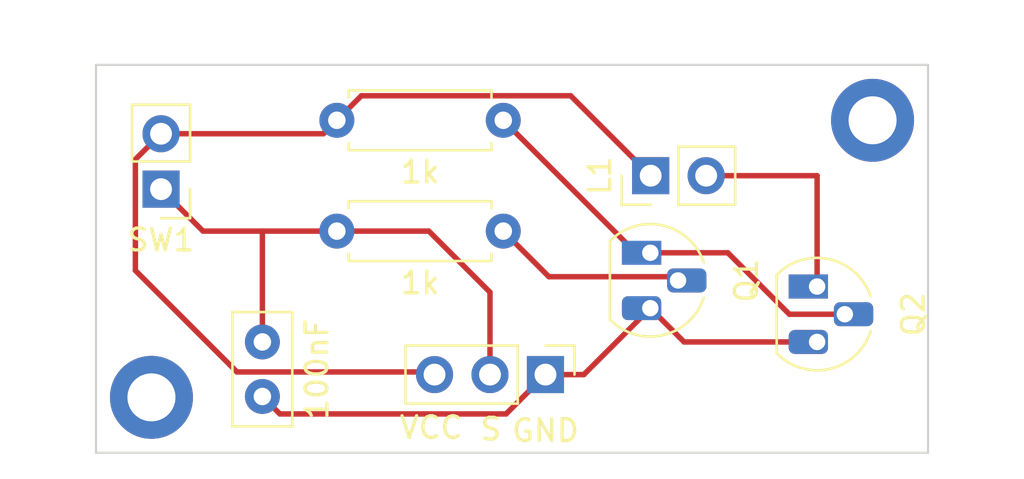
<source format=kicad_pcb>
(kicad_pcb (version 20211014) (generator pcbnew)
  (layers (0 "F.Cu" signal) (31 "B.Cu" signal) (34 "B.Paste" user) (35 "F.Paste" user) (36 "B.SilkS" user "B.Silkscreen") (37 "F.SilkS" user "F.Silkscreen") (38 "B.Mask" user) (39 "F.Mask" user) (44 "Edge.Cuts" user))
  (net 0 "")
  (net 1 "Net-(J1-Pad1)")
  (net 2 "Net-(J1-Pad2)")
  (net 3 "Net-(J1-Pad3)")
  (net 4 "Net-(L1-Pad2)")
  (net 5 "Net-(Q1-Pad1)")
  (net 6 "Net-(Q1-Pad2)")
  (footprint "Connector_PinHeader_2.54mm:PinHeader_1x03_P2.54mm_Vertical" (layer "F.Cu") (at 129.802207 100.556934 -90)
    (fp_text reference "J1" hide)
    (fp_text value "Conn_01x03")
    (fp_line (start -1.33 -1.33) (end 0 -1.33) (layer "F.SilkS") (width 0.12))
    (fp_line (start 1.33 1.27) (end 1.33 6.41) (layer "F.SilkS") (width 0.12))
    (fp_line (start -1.33 1.27) (end -1.33 6.41) (layer "F.SilkS") (width 0.12))
    (fp_line (start -1.33 0) (end -1.33 -1.33) (layer "F.SilkS") (width 0.12))
    (fp_line (start -1.33 6.41) (end 1.33 6.41) (layer "F.SilkS") (width 0.12))
    (fp_line (start -1.33 1.27) (end 1.33 1.27) (layer "F.SilkS") (width 0.12))
    (pad "1" thru_hole rect (at 0 0 270) (size 1.7 1.7) (drill 1) (layers *.Cu *.Mask) (net 1 "Net-(J1-Pad1)"))
    (pad "2" thru_hole oval (at 0 2.54 270) (size 1.7 1.7) (drill 1) (layers *.Cu *.Mask) (net 2 "Net-(J1-Pad2)"))
    (pad "3" thru_hole oval (at 0 5.08 270) (size 1.7 1.7) (drill 1) (layers *.Cu *.Mask) (net 3 "Net-(J1-Pad3)"))
  )
  (footprint "Package_TO_SOT_THT:TO-92_HandSolder" (layer "F.Cu") (at 134.602953 94.972569 -90)
    (fp_text reference "Q1" (at 1.27 -4.4 -90) (layer "F.SilkS"))
    (fp_text value "BC547")
    (fp_line (start -0.53 1.85) (end 3.07 1.85) (layer "F.SilkS") (width 0.12))
    (fp_arc (start 2.05 -2.45) (mid 3.769931 -0.601036) (end 3.078445 1.827684) (layer "F.SilkS") (width 0.12))
    (fp_arc (start -0.541875 1.841741) (mid -1.247231 -0.581764) (end 0.45 -2.45) (layer "F.SilkS") (width 0.12))
    (pad "1" thru_hole rect (at 0 0 270) (size 1.1 1.8) (drill 0.75 (offset 0 0.4)) (layers *.Cu *.Mask) (net 5 "Net-(Q1-Pad1)"))
    (pad "2" thru_hole roundrect (at 1.27 -1.27 270) (size 1.1 1.8) (drill 0.75 (offset 0 -0.4)) (layers *.Cu *.Mask) (net 6 "Net-(Q1-Pad2)"))
    (pad "3" thru_hole roundrect (at 2.54 0 270) (size 1.1 1.8) (drill 0.75 (offset 0 0.4)) (layers *.Cu *.Mask) (net 1 "Net-(J1-Pad1)"))
  )
  (footprint "Capacitor_THT:C_Disc_D5.0mm_W2.5mm_P2.50mm" (layer "F.Cu") (at 116.84 99.06 -90)
    (fp_text reference "100nF" (at 1.25 -2.5 90) (layer "F.SilkS"))
    (fp_text value "C")
    (fp_line (start -1.37 -1.37) (end 3.87 -1.37) (layer "F.SilkS") (width 0.12))
    (fp_line (start -1.37 1.37) (end 3.87 1.37) (layer "F.SilkS") (width 0.12))
    (fp_line (start -1.37 -1.37) (end -1.37 1.37) (layer "F.SilkS") (width 0.12))
    (fp_line (start 3.87 -1.37) (end 3.87 1.37) (layer "F.SilkS") (width 0.12))
    (pad "1" thru_hole circle (at 0 0 270) (size 1.6 1.6) (drill 0.8) (layers *.Cu *.Mask) (net 2 "Net-(J1-Pad2)"))
    (pad "2" thru_hole circle (at 2.5 0 270) (size 1.6 1.6) (drill 0.8) (layers *.Cu *.Mask) (net 1 "Net-(J1-Pad1)"))
  )
  (footprint "MountingHole:MountingHole_2.2mm_M2_DIN965_Pad" (layer "F.Cu") (at 144.78 88.9)
    (fp_text reference "H2" hide)
    (fp_text value "MountingHole_Pad")
    (pad "1" thru_hole circle (at 0 0) (size 3.8 3.8) (drill 2.2) (layers *.Cu *.Mask))
  )
  (footprint "Connector_PinHeader_2.54mm:PinHeader_1x02_P2.54mm_Vertical" (layer "F.Cu") (at 134.62 91.44 90)
    (fp_text reference "L1" (at 0 -2.33 90) (layer "F.SilkS"))
    (fp_text value "ElectromagneticActor")
    (fp_line (start -1.33 3.87) (end 1.33 3.87) (layer "F.SilkS") (width 0.12))
    (fp_line (start -1.33 1.27) (end -1.33 3.87) (layer "F.SilkS") (width 0.12))
    (fp_line (start 1.33 1.27) (end 1.33 3.87) (layer "F.SilkS") (width 0.12))
    (fp_line (start -1.33 1.27) (end 1.33 1.27) (layer "F.SilkS") (width 0.12))
    (fp_line (start -1.33 0) (end -1.33 -1.33) (layer "F.SilkS") (width 0.12))
    (fp_line (start -1.33 -1.33) (end 0 -1.33) (layer "F.SilkS") (width 0.12))
    (pad "1" thru_hole rect (at 0 0 90) (size 1.7 1.7) (drill 1) (layers *.Cu *.Mask) (net 3 "Net-(J1-Pad3)"))
    (pad "2" thru_hole oval (at 0 2.54 90) (size 1.7 1.7) (drill 1) (layers *.Cu *.Mask) (net 4 "Net-(L1-Pad2)"))
  )
  (footprint "MountingHole:MountingHole_2.2mm_M2_DIN965_Pad" (layer "F.Cu") (at 111.76 101.6)
    (fp_text reference "H1" hide)
    (fp_text value "MountingHole_Pad")
    (pad "1" thru_hole circle (at 0 0) (size 3.8 3.8) (drill 2.2) (layers *.Cu *.Mask))
  )
  (footprint "Connector_PinHeader_2.54mm:PinHeader_1x02_P2.54mm_Vertical" (layer "F.Cu") (at 112.198771 92.056825 180)
    (fp_text reference "SW1" (at 0 -2.33) (layer "F.SilkS"))
    (fp_text value "SW_DIP_x01")
    (fp_line (start -1.33 0) (end -1.33 -1.33) (layer "F.SilkS") (width 0.12))
    (fp_line (start 1.33 1.27) (end 1.33 3.87) (layer "F.SilkS") (width 0.12))
    (fp_line (start -1.33 1.27) (end 1.33 1.27) (layer "F.SilkS") (width 0.12))
    (fp_line (start -1.33 -1.33) (end 0 -1.33) (layer "F.SilkS") (width 0.12))
    (fp_line (start -1.33 3.87) (end 1.33 3.87) (layer "F.SilkS") (width 0.12))
    (fp_line (start -1.33 1.27) (end -1.33 3.87) (layer "F.SilkS") (width 0.12))
    (pad "1" thru_hole rect (at 0 0 180) (size 1.7 1.7) (drill 1) (layers *.Cu *.Mask) (net 2 "Net-(J1-Pad2)"))
    (pad "2" thru_hole oval (at 0 2.54 180) (size 1.7 1.7) (drill 1) (layers *.Cu *.Mask) (net 3 "Net-(J1-Pad3)"))
  )
  (footprint "Resistor_THT:R_Axial_DIN0207_L6.3mm_D2.5mm_P7.62mm_Horizontal" (layer "F.Cu") (at 120.25 93.98)
    (fp_text reference "R1" hide)
    (fp_text value "1k" (at 3.81 2.37) (layer "F.SilkS"))
    (fp_line (start 7.08 -1.37) (end 7.08 -1.04) (layer "F.SilkS") (width 0.12))
    (fp_line (start 0.54 1.37) (end 7.08 1.37) (layer "F.SilkS") (width 0.12))
    (fp_line (start 0.54 -1.04) (end 0.54 -1.37) (layer "F.SilkS") (width 0.12))
    (fp_line (start 0.54 1.04) (end 0.54 1.37) (layer "F.SilkS") (width 0.12))
    (fp_line (start 0.54 -1.37) (end 7.08 -1.37) (layer "F.SilkS") (width 0.12))
    (fp_line (start 7.08 1.37) (end 7.08 1.04) (layer "F.SilkS") (width 0.12))
    (pad "1" thru_hole circle (at 0 0) (size 1.6 1.6) (drill 0.8) (layers *.Cu *.Mask) (net 2 "Net-(J1-Pad2)"))
    (pad "2" thru_hole oval (at 7.62 0) (size 1.6 1.6) (drill 0.8) (layers *.Cu *.Mask) (net 6 "Net-(Q1-Pad2)"))
  )
  (footprint "Resistor_THT:R_Axial_DIN0207_L6.3mm_D2.5mm_P7.62mm_Horizontal" (layer "F.Cu") (at 120.25 88.9)
    (fp_text reference "R2" hide)
    (fp_text value "1k" (at 3.81 2.37) (layer "F.SilkS"))
    (fp_line (start 0.54 -1.37) (end 7.08 -1.37) (layer "F.SilkS") (width 0.12))
    (fp_line (start 0.54 1.37) (end 7.08 1.37) (layer "F.SilkS") (width 0.12))
    (fp_line (start 0.54 1.04) (end 0.54 1.37) (layer "F.SilkS") (width 0.12))
    (fp_line (start 7.08 1.37) (end 7.08 1.04) (layer "F.SilkS") (width 0.12))
    (fp_line (start 0.54 -1.04) (end 0.54 -1.37) (layer "F.SilkS") (width 0.12))
    (fp_line (start 7.08 -1.37) (end 7.08 -1.04) (layer "F.SilkS") (width 0.12))
    (pad "1" thru_hole circle (at 0 0) (size 1.6 1.6) (drill 0.8) (layers *.Cu *.Mask) (net 3 "Net-(J1-Pad3)"))
    (pad "2" thru_hole oval (at 7.62 0) (size 1.6 1.6) (drill 0.8) (layers *.Cu *.Mask) (net 5 "Net-(Q1-Pad1)"))
  )
  (footprint "Package_TO_SOT_THT:TO-92_HandSolder" (layer "F.Cu") (at 142.24 96.52 -90)
    (fp_text reference "Q2" (at 1.27 -4.4 -90) (layer "F.SilkS"))
    (fp_text value "BC547")
    (fp_line (start -0.53 1.85) (end 3.07 1.85) (layer "F.SilkS") (width 0.12))
    (fp_arc (start -0.541875 1.841741) (mid -1.247231 -0.581764) (end 0.45 -2.45) (layer "F.SilkS") (width 0.12))
    (fp_arc (start 2.05 -2.45) (mid 3.769931 -0.601036) (end 3.078445 1.827684) (layer "F.SilkS") (width 0.12))
    (pad "1" thru_hole rect (at 0 0 270) (size 1.1 1.8) (drill 0.75 (offset 0 0.4)) (layers *.Cu *.Mask) (net 4 "Net-(L1-Pad2)"))
    (pad "2" thru_hole roundrect (at 1.27 -1.27 270) (size 1.1 1.8) (drill 0.75 (offset 0 -0.4)) (layers *.Cu *.Mask) (net 5 "Net-(Q1-Pad1)"))
    (pad "3" thru_hole roundrect (at 2.54 0 270) (size 1.1 1.8) (drill 0.75 (offset 0 0.4)) (layers *.Cu *.Mask) (net 1 "Net-(J1-Pad1)"))
  )
  (gr_line (start 109.22 104.14) (end 109.22 86.36) (layer "Edge.Cuts") (width 0.1))
  (gr_line (start 147.32 86.36) (end 147.32 104.14) (layer "Edge.Cuts") (width 0.1))
  (gr_line (start 147.32 104.14) (end 109.22 104.14) (layer "Edge.Cuts") (width 0.1))
  (gr_line (start 109.22 86.36) (end 147.32 86.36) (layer "Edge.Cuts") (width 0.1))
  (gr_text "VCC" (at 124.568026 102.986166) (layer "F.SilkS") (effects (font (size 1 1))))
  (gr_text "GND" (at 129.802207 103.125527) (layer "F.SilkS") (effects (font (size 1 1))))
  (gr_text "S" (at 127.301209 103.057932) (layer "F.SilkS") (effects (font (size 1 1))))
  (segment (start 131.558588 100.556934) (end 129.802207 100.556934) (width 0.25) (layer "F.Cu") (net 1))
  (segment (start 136.150384 99.06) (end 134.602953 97.512569) (width 0.25) (layer "F.Cu") (net 1))
  (segment (start 134.602953 97.512569) (end 131.558588 100.556934) (width 0.25) (layer "F.Cu") (net 1))
  (segment (start 142.24 99.06) (end 136.150384 99.06) (width 0.25) (layer "F.Cu") (net 1))
  (segment (start 117.639999 102.359999) (end 127.999142 102.359999) (width 0.25) (layer "F.Cu") (net 1))
  (segment (start 127.999142 102.359999) (end 129.802207 100.556934) (width 0.25) (layer "F.Cu") (net 1))
  (segment (start 116.84 101.56) (end 117.639999 102.359999) (width 0.25) (layer "F.Cu") (net 1))
  (segment (start 124.46 93.98) (end 127.262207 96.782207) (width 0.25) (layer "F.Cu") (net 2))
  (segment (start 116.84 99.06) (end 116.84 93.98) (width 0.25) (layer "F.Cu") (net 2))
  (segment (start 120.25 93.98) (end 124.46 93.98) (width 0.25) (layer "F.Cu") (net 2))
  (segment (start 114.121946 93.98) (end 112.198771 92.056825) (width 0.25) (layer "F.Cu") (net 2))
  (segment (start 120.25 93.98) (end 114.121946 93.98) (width 0.25) (layer "F.Cu") (net 2))
  (segment (start 127.262207 96.782207) (end 127.262207 100.556934) (width 0.25) (layer "F.Cu") (net 2))
  (segment (start 115.675489 100.435489) (end 111.02426 95.78426) (width 0.25) (layer "F.Cu") (net 3))
  (segment (start 111.02426 90.691336) (end 112.198771 89.516825) (width 0.25) (layer "F.Cu") (net 3))
  (segment (start 130.955489 87.775489) (end 134.62 91.44) (width 0.25) (layer "F.Cu") (net 3))
  (segment (start 121.374511 87.775489) (end 130.955489 87.775489) (width 0.25) (layer "F.Cu") (net 3))
  (segment (start 112.198771 89.516825) (end 119.633175 89.516825) (width 0.25) (layer "F.Cu") (net 3))
  (segment (start 124.600762 100.435489) (end 115.675489 100.435489) (width 0.25) (layer "F.Cu") (net 3))
  (segment (start 120.25 88.9) (end 121.374511 87.775489) (width 0.25) (layer "F.Cu") (net 3))
  (segment (start 124.722207 100.556934) (end 124.600762 100.435489) (width 0.25) (layer "F.Cu") (net 3))
  (segment (start 111.02426 95.78426) (end 111.02426 90.691336) (width 0.25) (layer "F.Cu") (net 3))
  (segment (start 119.633175 89.516825) (end 120.25 88.9) (width 0.25) (layer "F.Cu") (net 3))
  (segment (start 137.16 91.44) (end 142.24 91.44) (width 0.25) (layer "F.Cu") (net 4))
  (segment (start 142.24 91.44) (end 142.24 96.52) (width 0.25) (layer "F.Cu") (net 4))
  (segment (start 133.942569 94.972569) (end 134.602953 94.972569) (width 0.25) (layer "F.Cu") (net 5))
  (segment (start 138.152569 94.972569) (end 134.602953 94.972569) (width 0.25) (layer "F.Cu") (net 5))
  (segment (start 127.87 88.9) (end 133.942569 94.972569) (width 0.25) (layer "F.Cu") (net 5))
  (segment (start 140.97 97.79) (end 138.152569 94.972569) (width 0.25) (layer "F.Cu") (net 5))
  (segment (start 140.97 97.79) (end 143.51 97.79) (width 0.25) (layer "F.Cu") (net 5))
  (segment (start 129.96048 96.07048) (end 135.700864 96.07048) (width 0.25) (layer "F.Cu") (net 6))
  (segment (start 127.87 93.98) (end 129.96048 96.07048) (width 0.25) (layer "F.Cu") (net 6))
)
</source>
